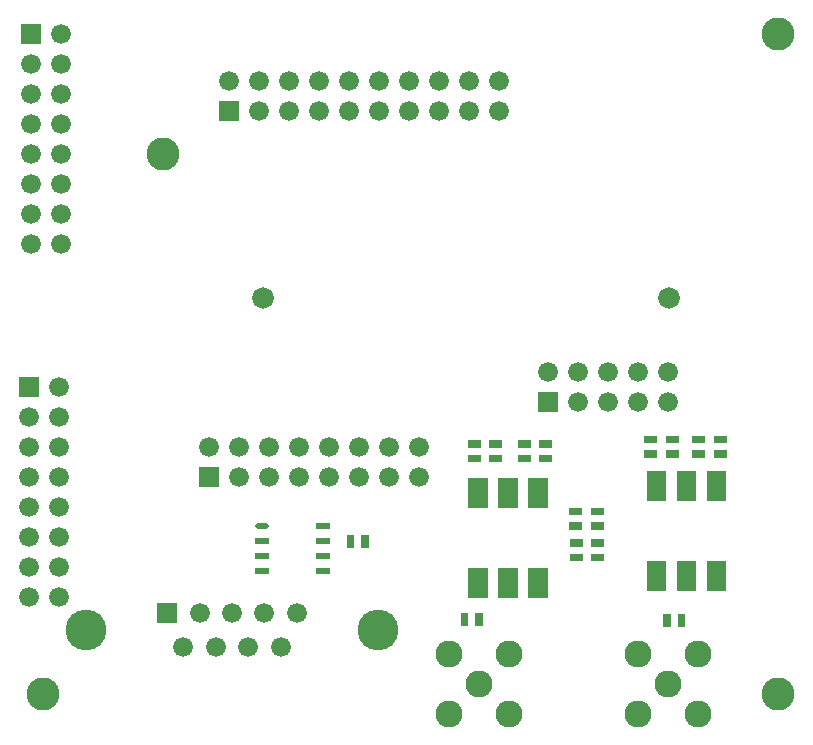
<source format=gbr>
G04 Title: RX Daughterboard, solder mask component side *
G04 Creator: pcb-bin 1.99p *
G04 CreationDate: Thu Dec 30 23:48:06 2004 UTC *
G04 For: matt *
G04 Format: Gerber/RS-274X *
G04 PCB-Dimensions: 275000 250000 *
G04 PCB-Coordinate-Origin: lower left *
%MOIN*%
%FSLAX24Y24*%
%IPPOS*%
%ADD11C,0.0100*%
%ADD12C,0.0300*%
%ADD13R,0.0600X0.0600*%
%ADD14R,0.0660X0.0660*%
%ADD15R,0.0900X0.0900X0.0600X0.0600*%
%ADD16R,0.0900X0.0900*%
%ADD17C,0.0600*%
%ADD18C,0.0660*%
%ADD19C,0.0900X0.0600*%
%ADD20C,0.0900*%
%ADD21C,0.0125*%
%AMTHERM1*7,0,0,0.0900,0.0600,0.0125,45*%
%ADD22THERM1*%
%ADD23C,0.1300*%
%ADD24C,0.1360*%
%ADD25C,0.1600X0.1300*%
%ADD26C,0.1600*%
%ADD27C,0.0150*%
%ADD28C,0.0250*%
%ADD29C,0.0080*%
%AMTHERM2*7,0,0,0.0900,0.0600,0.0100,45*%
%ADD30THERM2*%
%ADD31C,0.0200*%
%ADD32R,0.0240X0.0240*%
%ADD33R,0.0440X0.0440*%
%ADD34R,0.0300X0.0300*%
%ADD35C,0.0060*%
%ADD36C,0.0160*%
%ADD37C,0.0460*%
%ADD38C,0.0220*%
%ADD39R,0.0160X0.0160*%
%ADD40R,0.0460X0.0460*%
%ADD41R,0.0220X0.0220*%
%ADD42C,0.0500*%
%ADD43R,0.0200X0.0200*%
%ADD44R,0.0500X0.0500*%
%ADD45R,0.0540X0.0540*%
%ADD46R,0.0650X0.0650*%
%ADD47R,0.0950X0.0950*%
%ADD48C,0.1200X0.0900*%
%ADD49C,0.1200*%
%AMTHERM3*7,0,0,0.1200,0.0900,0.0150,45*%
%ADD50THERM3*%
%ADD51C,0.0720*%
%ADD52C,0.0920X0.0720*%
%ADD53C,0.0920*%
%ADD54C,0.0240*%
%ADD55C,0.0340*%
%ADD56C,0.0119*%
%ADD57C,0.1320*%
%ADD58C,0.1100*%
%ADD59C,0.1520*%
%ADD60C,0.1520X0.1320*%
%ADD61C,0.0400*%
%ADD62C,0.0600X0.0400*%
%AMTHERM4*7,0,0,0.0600,0.0400,0.0100,45*%
%ADD63THERM4*%
%ADD64C,0.0800*%
%ADD65C,0.0800X0.0600*%
%AMTHERM5*7,0,0,0.0800,0.0600,0.0160,45*%
%ADD66THERM5*%
%LNGROUP_3*%
%LPD*%
G01X0Y0D02*
G54D31*X8660Y7100D02*X8940D01*
G54D43*X8660Y6600D02*X8940D01*
X8660Y6100D02*X8940D01*
X8660Y5600D02*X8940D01*
X10700D02*X10980D01*
X10700Y6100D02*X10980D01*
X10700Y6600D02*X10980D01*
X10700Y7100D02*X10980D01*
G54D32*X12240Y6690D02*Y6510D01*
X11760Y6690D02*Y6510D01*
X16510Y9840D02*X16690D01*
X16510Y9360D02*X16690D01*
X15810D02*X15990D01*
X15810Y9840D02*X15990D01*
G54D46*X16000Y5380D02*Y5030D01*
X17000Y5380D02*Y5030D01*
X18000Y5380D02*Y5030D01*
Y8370D02*Y8020D01*
X17000Y8370D02*Y8020D01*
X16000Y8370D02*Y8020D01*
G54D32*X19910Y6540D02*X20090D01*
X19910Y6060D02*X20090D01*
X19160Y7590D02*X19340D01*
X19160Y7110D02*X19340D01*
X19210Y6540D02*X19390D01*
X19210Y6060D02*X19390D01*
X19910Y7590D02*X20090D01*
X19910Y7110D02*X20090D01*
X22310Y4040D02*Y3860D01*
X22790Y4040D02*Y3860D01*
X22410Y9990D02*X22590D01*
X22410Y9510D02*X22590D01*
X23260Y9990D02*X23440D01*
X23260Y9510D02*X23440D01*
X21660D02*X21840D01*
X21660Y9990D02*X21840D01*
X18160Y9360D02*X18340D01*
X18160Y9840D02*X18340D01*
X24010Y9510D02*X24190D01*
X24010Y9990D02*X24190D01*
X17460Y9840D02*X17640D01*
X17460Y9360D02*X17640D01*
G54D46*X21950Y5630D02*Y5280D01*
X22950Y5630D02*Y5280D01*
X23950Y5630D02*Y5280D01*
Y8620D02*Y8270D01*
X22950Y8620D02*Y8270D01*
X21950Y8620D02*Y8270D01*
G54D32*X16040Y4090D02*Y3910D01*
X15560Y4090D02*Y3910D01*
G54D14*X5650Y4210D03*
G54D18*X6730D03*
X7810D03*
X8890D03*
X9970D03*
X6190Y3090D03*
X7270D03*
X8350D03*
X9430D03*
G54D24*X2950Y3650D03*
X12670D03*
G54D14*X1100Y23500D03*
G54D18*X2100D03*
X1100Y22500D03*
X2100D03*
X1100Y21500D03*
X2100D03*
X1100Y20500D03*
X2100D03*
X1100Y19500D03*
X2100D03*
X1100Y18500D03*
X2100D03*
X1100Y17500D03*
X2100D03*
X1100Y16500D03*
X2100D03*
G54D14*X1050Y11750D03*
G54D18*X2050D03*
X1050Y10750D03*
X2050D03*
X1050Y9750D03*
X2050D03*
X1050Y8750D03*
X2050D03*
X1050Y7750D03*
X2050D03*
X1050Y6750D03*
X2050D03*
X1050Y5750D03*
X2050D03*
X1050Y4750D03*
X2050D03*
G54D14*X7050Y8750D03*
G54D18*Y9750D03*
X8050Y8750D03*
Y9750D03*
X9050Y8750D03*
Y9750D03*
X10050Y8750D03*
Y9750D03*
X11050Y8750D03*
Y9750D03*
X12050Y8750D03*
Y9750D03*
X13050Y8750D03*
Y9750D03*
X14050Y8750D03*
Y9750D03*
G54D20*X22350Y1850D03*
X21350Y2850D03*
X23350D03*
X21350Y850D03*
X23350D03*
X16050Y1850D03*
X15050Y2850D03*
X17050D03*
X15050Y850D03*
X17050D03*
G54D14*X18350Y11250D03*
G54D18*Y12250D03*
X19350Y11250D03*
Y12250D03*
X20350Y11250D03*
Y12250D03*
X21350Y11250D03*
Y12250D03*
X22350Y11250D03*
Y12250D03*
G54D14*X7700Y20950D03*
G54D18*Y21950D03*
X8700Y20950D03*
Y21950D03*
X9700Y20950D03*
Y21950D03*
X10700Y20950D03*
Y21950D03*
X11700Y20950D03*
Y21950D03*
X12700Y20950D03*
Y21950D03*
X13700Y20950D03*
Y21950D03*
X14700Y20950D03*
Y21950D03*
X15700Y20950D03*
Y21950D03*
X16700Y20950D03*
Y21950D03*
G54D51*X8830Y14700D03*
X22373D03*
G54D58*X1500Y1500D03*
X26000Y23500D03*
Y1500D03*
X5500Y19500D03*
M02*

</source>
